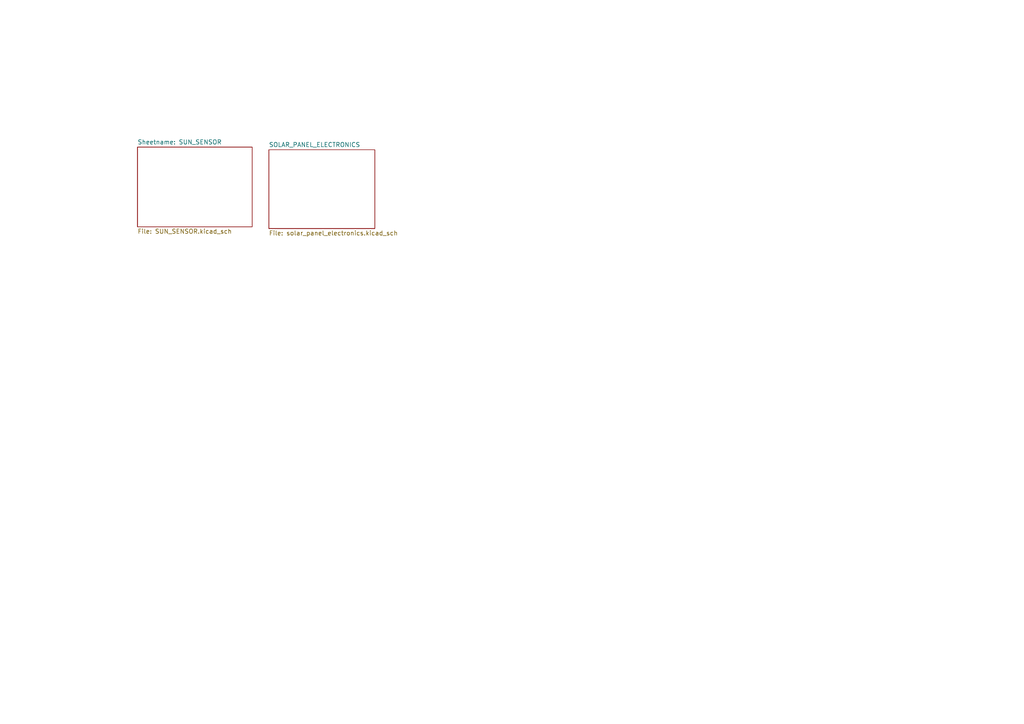
<source format=kicad_sch>
(kicad_sch (version 20230121) (generator eeschema)
  (paper "A4")
  (lib_symbols)
  (sheet (at 39.878 42.672) (size 33.274 23.114) (stroke (width 0.1524))
    (property "Sheetname" "SUN_SENSOR" (at 39.878 41.9604 0) (show_name) (effects (justify left bottom)))
    (property "Sheetfile" "SUN_SENSOR.kicad_sch" (at 39.878 66.3706 0) (effects (justify left top)))
  )
  (sheet (at 77.978 43.434) (size 30.734 22.86) (stroke (width 0.1524))
    (property "Sheetname" "SOLAR_PANEL_ELECTRONICS" (at 77.978 42.7224 0) (effects (justify left bottom)))
    (property "Sheetfile" "solar_panel_electronics.kicad_sch" (at 77.978 66.8786 0) (effects (justify left top)))
  )
)
</source>
